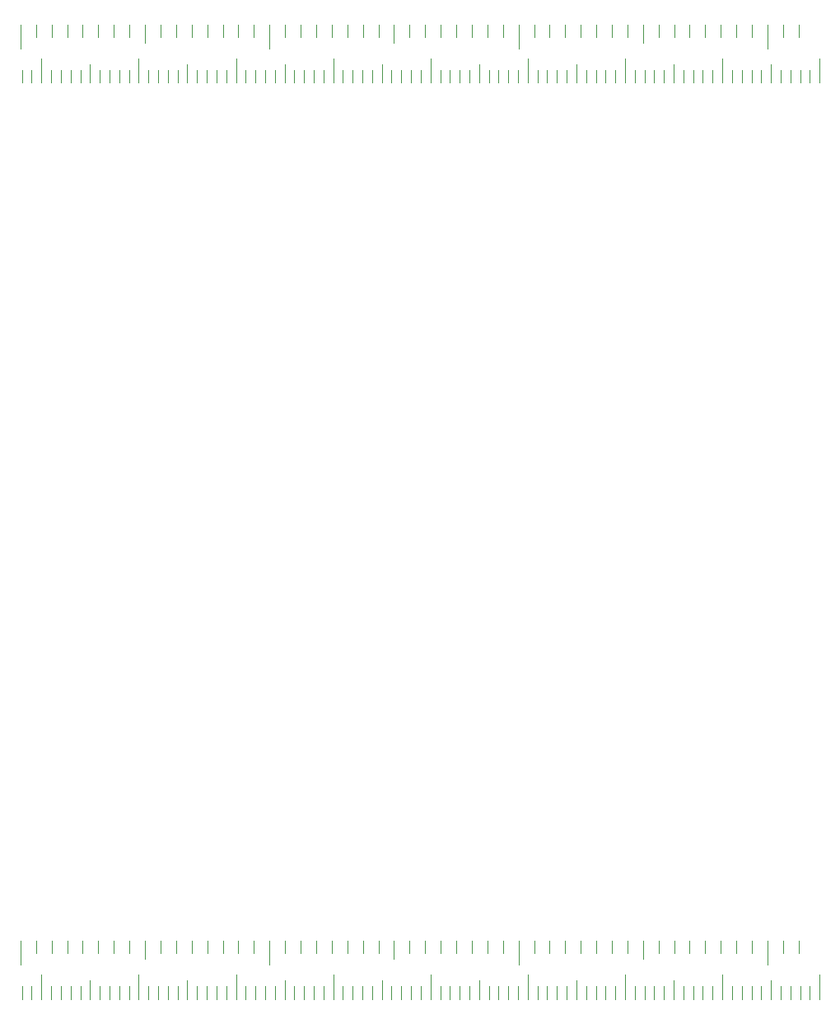
<source format=gbo>
%MOMM*%
%FSLAX46Y46*%
%IPPOS*%
%ADD10C,0.1*%
%ADD11C,0.1*%
%TF.GenerationSoftware,halfmarble,hm-panelizer,1.0.0 (beta)*%
%TF.SameCoordinates,Original*%
%TF.FileFunction,Legend,Top*%
%TF.FilePolarity,Positive*%
%LPD*%
%TA.AperFunction,Profile*%
D10*
X82152000Y2500000D02*
X82152000Y0D01*
X81152000Y1300000D02*
X81152000Y0D01*
X80152000Y1300000D02*
X80152000Y0D01*
X79152000Y1300000D02*
X79152000Y0D01*
X78152000Y1300000D02*
X78152000Y0D01*
X77152000Y1900000D02*
X77152000Y0D01*
X76152000Y1300000D02*
X76152000Y0D01*
X75152000Y1300000D02*
X75152000Y0D01*
X74152000Y1300000D02*
X74152000Y0D01*
X73152000Y1300000D02*
X73152000Y0D01*
X72152000Y2500000D02*
X72152000Y0D01*
X71152000Y1300000D02*
X71152000Y0D01*
X70152000Y1300000D02*
X70152000Y0D01*
X69152000Y1300000D02*
X69152000Y0D01*
X68152000Y1300000D02*
X68152000Y0D01*
X67152000Y1900000D02*
X67152000Y0D01*
X66152000Y1300000D02*
X66152000Y0D01*
X65152000Y1300000D02*
X65152000Y0D01*
X64152000Y1300000D02*
X64152000Y0D01*
X63152000Y1300000D02*
X63152000Y0D01*
X62152000Y2500000D02*
X62152000Y0D01*
X61152000Y1300000D02*
X61152000Y0D01*
X60152000Y1300000D02*
X60152000Y0D01*
X59152000Y1300000D02*
X59152000Y0D01*
X58152000Y1300000D02*
X58152000Y0D01*
X57152000Y1900000D02*
X57152000Y0D01*
X56152000Y1300000D02*
X56152000Y0D01*
X55152000Y1300000D02*
X55152000Y0D01*
X54152000Y1300000D02*
X54152000Y0D01*
X53152000Y1300000D02*
X53152000Y0D01*
X52152000Y2500000D02*
X52152000Y0D01*
X51152000Y1300000D02*
X51152000Y0D01*
X50152000Y1300000D02*
X50152000Y0D01*
X49152000Y1300000D02*
X49152000Y0D01*
X48152000Y1300000D02*
X48152000Y0D01*
X47152000Y1900000D02*
X47152000Y0D01*
X46152000Y1300000D02*
X46152000Y0D01*
X45152000Y1300000D02*
X45152000Y0D01*
X44152000Y1300000D02*
X44152000Y0D01*
X43152000Y1300000D02*
X43152000Y0D01*
X42152000Y2500000D02*
X42152000Y0D01*
X41152000Y1300000D02*
X41152000Y0D01*
X40152000Y1300000D02*
X40152000Y0D01*
X39152000Y1300000D02*
X39152000Y0D01*
X38152000Y1300000D02*
X38152000Y0D01*
X37152000Y1900000D02*
X37152000Y0D01*
X36152000Y1300000D02*
X36152000Y0D01*
X35152000Y1300000D02*
X35152000Y0D01*
X34152000Y1300000D02*
X34152000Y0D01*
X33152000Y1300000D02*
X33152000Y0D01*
X32152000Y2500000D02*
X32152000Y0D01*
X31152000Y1300000D02*
X31152000Y0D01*
X30152000Y1300000D02*
X30152000Y0D01*
X29152000Y1300000D02*
X29152000Y0D01*
X28152000Y1300000D02*
X28152000Y0D01*
X27152000Y1900000D02*
X27152000Y0D01*
X26152000Y1300000D02*
X26152000Y0D01*
X25152000Y1300000D02*
X25152000Y0D01*
X24152000Y1300000D02*
X24152000Y0D01*
X23152000Y1300000D02*
X23152000Y0D01*
X22152000Y2500000D02*
X22152000Y0D01*
X21152000Y1300000D02*
X21152000Y0D01*
X20152000Y1300000D02*
X20152000Y0D01*
X19152000Y1300000D02*
X19152000Y0D01*
X18152000Y1300000D02*
X18152000Y0D01*
X17152000Y1900000D02*
X17152000Y0D01*
X16152000Y1300000D02*
X16152000Y0D01*
X15152000Y1300000D02*
X15152000Y0D01*
X14152000Y1300000D02*
X14152000Y0D01*
X13152000Y1300000D02*
X13152000Y0D01*
X12152000Y2500000D02*
X12152000Y0D01*
X11152000Y1300000D02*
X11152000Y0D01*
X10152000Y1300000D02*
X10152000Y0D01*
X9152000Y1300000D02*
X9152000Y0D01*
X8152000Y1300000D02*
X8152000Y0D01*
X7152000Y1900000D02*
X7152000Y0D01*
X6152000Y1300000D02*
X6152000Y0D01*
X5152000Y1300000D02*
X5152000Y0D01*
X4152000Y1300000D02*
X4152000Y0D01*
X3152000Y1300000D02*
X3152000Y0D01*
X2152000Y2500000D02*
X2152000Y0D01*
X1152000Y1300000D02*
X1152000Y0D01*
X152000Y1300000D02*
X152000Y0D01*
X0Y6000000D02*
X0Y3500000D01*
X1600000Y6000000D02*
X1600000Y4700000D01*
X3200000Y6000000D02*
X3200000Y4700000D01*
X4800000Y6000000D02*
X4800000Y4700000D01*
X6400000Y6000000D02*
X6400000Y4700000D01*
X8000000Y6000000D02*
X8000000Y4700000D01*
X9600000Y6000000D02*
X9600000Y4700000D01*
X11200000Y6000000D02*
X11200000Y4700000D01*
X12800000Y6000000D02*
X12800000Y4100000D01*
X14400000Y6000000D02*
X14400000Y4700000D01*
X16000000Y6000000D02*
X16000000Y4700000D01*
X17600000Y6000000D02*
X17600000Y4700000D01*
X19200000Y6000000D02*
X19200000Y4700000D01*
X20800000Y6000000D02*
X20800000Y4700000D01*
X22400000Y6000000D02*
X22400000Y4700000D01*
X24000000Y6000000D02*
X24000000Y4700000D01*
X25600000Y6000000D02*
X25600000Y3500000D01*
X27200000Y6000000D02*
X27200000Y4700000D01*
X28800000Y6000000D02*
X28800000Y4700000D01*
X30400000Y6000000D02*
X30400000Y4700000D01*
X32000000Y6000000D02*
X32000000Y4700000D01*
X33600000Y6000000D02*
X33600000Y4700000D01*
X35200000Y6000000D02*
X35200000Y4700000D01*
X36800000Y6000000D02*
X36800000Y4700000D01*
X38400000Y6000000D02*
X38400000Y4100000D01*
X40000000Y6000000D02*
X40000000Y4700000D01*
X41600000Y6000000D02*
X41600000Y4700000D01*
X43200000Y6000000D02*
X43200000Y4700000D01*
X44800000Y6000000D02*
X44800000Y4700000D01*
X46400000Y6000000D02*
X46400000Y4700000D01*
X48000000Y6000000D02*
X48000000Y4700000D01*
X49600000Y6000000D02*
X49600000Y4700000D01*
X51200000Y6000000D02*
X51200000Y3500000D01*
X52800000Y6000000D02*
X52800000Y4700000D01*
X54400000Y6000000D02*
X54400000Y4700000D01*
X56000000Y6000000D02*
X56000000Y4700000D01*
X57600000Y6000000D02*
X57600000Y4700000D01*
X59200000Y6000000D02*
X59200000Y4700000D01*
X60800000Y6000000D02*
X60800000Y4700000D01*
X62400000Y6000000D02*
X62400000Y4700000D01*
X64000000Y6000000D02*
X64000000Y4100000D01*
X65600000Y6000000D02*
X65600000Y4700000D01*
X67200000Y6000000D02*
X67200000Y4700000D01*
X68800000Y6000000D02*
X68800000Y4700000D01*
X70400000Y6000000D02*
X70400000Y4700000D01*
X72000000Y6000000D02*
X72000000Y4700000D01*
X73600000Y6000000D02*
X73600000Y4700000D01*
X75200000Y6000000D02*
X75200000Y4700000D01*
X76800000Y6000000D02*
X76800000Y3500000D01*
X78400000Y6000000D02*
X78400000Y4700000D01*
X80000000Y6000000D02*
X80000000Y4700000D01*
%TF.GenerationSoftware,halfmarble,hm-panelizer,1.0.0 (beta)*%
%TF.SameCoordinates,Original*%
%TF.FileFunction,Legend,Top*%
%TF.FilePolarity,Positive*%
%LPD*%
%TA.AperFunction,Profile*%
D11*
X82152000Y96600000D02*
X82152000Y94100000D01*
X81152000Y95400000D02*
X81152000Y94100000D01*
X80152000Y95400000D02*
X80152000Y94100000D01*
X79152000Y95400000D02*
X79152000Y94100000D01*
X78152000Y95400000D02*
X78152000Y94100000D01*
X77152000Y96000000D02*
X77152000Y94100000D01*
X76152000Y95400000D02*
X76152000Y94100000D01*
X75152000Y95400000D02*
X75152000Y94100000D01*
X74152000Y95400000D02*
X74152000Y94100000D01*
X73152000Y95400000D02*
X73152000Y94100000D01*
X72152000Y96600000D02*
X72152000Y94100000D01*
X71152000Y95400000D02*
X71152000Y94100000D01*
X70152000Y95400000D02*
X70152000Y94100000D01*
X69152000Y95400000D02*
X69152000Y94100000D01*
X68152000Y95400000D02*
X68152000Y94100000D01*
X67152000Y96000000D02*
X67152000Y94100000D01*
X66152000Y95400000D02*
X66152000Y94100000D01*
X65152000Y95400000D02*
X65152000Y94100000D01*
X64152000Y95400000D02*
X64152000Y94100000D01*
X63152000Y95400000D02*
X63152000Y94100000D01*
X62152000Y96600000D02*
X62152000Y94100000D01*
X61152000Y95400000D02*
X61152000Y94100000D01*
X60152000Y95400000D02*
X60152000Y94100000D01*
X59152000Y95400000D02*
X59152000Y94100000D01*
X58152000Y95400000D02*
X58152000Y94100000D01*
X57152000Y96000000D02*
X57152000Y94100000D01*
X56152000Y95400000D02*
X56152000Y94100000D01*
X55152000Y95400000D02*
X55152000Y94100000D01*
X54152000Y95400000D02*
X54152000Y94100000D01*
X53152000Y95400000D02*
X53152000Y94100000D01*
X52152000Y96600000D02*
X52152000Y94100000D01*
X51152000Y95400000D02*
X51152000Y94100000D01*
X50152000Y95400000D02*
X50152000Y94100000D01*
X49152000Y95400000D02*
X49152000Y94100000D01*
X48152000Y95400000D02*
X48152000Y94100000D01*
X47152000Y96000000D02*
X47152000Y94100000D01*
X46152000Y95400000D02*
X46152000Y94100000D01*
X45152000Y95400000D02*
X45152000Y94100000D01*
X44152000Y95400000D02*
X44152000Y94100000D01*
X43152000Y95400000D02*
X43152000Y94100000D01*
X42152000Y96600000D02*
X42152000Y94100000D01*
X41152000Y95400000D02*
X41152000Y94100000D01*
X40152000Y95400000D02*
X40152000Y94100000D01*
X39152000Y95400000D02*
X39152000Y94100000D01*
X38152000Y95400000D02*
X38152000Y94100000D01*
X37152000Y96000000D02*
X37152000Y94100000D01*
X36152000Y95400000D02*
X36152000Y94100000D01*
X35152000Y95400000D02*
X35152000Y94100000D01*
X34152000Y95400000D02*
X34152000Y94100000D01*
X33152000Y95400000D02*
X33152000Y94100000D01*
X32152000Y96600000D02*
X32152000Y94100000D01*
X31152000Y95400000D02*
X31152000Y94100000D01*
X30152000Y95400000D02*
X30152000Y94100000D01*
X29152000Y95400000D02*
X29152000Y94100000D01*
X28152000Y95400000D02*
X28152000Y94100000D01*
X27152000Y96000000D02*
X27152000Y94100000D01*
X26152000Y95400000D02*
X26152000Y94100000D01*
X25152000Y95400000D02*
X25152000Y94100000D01*
X24152000Y95400000D02*
X24152000Y94100000D01*
X23152000Y95400000D02*
X23152000Y94100000D01*
X22152000Y96600000D02*
X22152000Y94100000D01*
X21152000Y95400000D02*
X21152000Y94100000D01*
X20152000Y95400000D02*
X20152000Y94100000D01*
X19152000Y95400000D02*
X19152000Y94100000D01*
X18152000Y95400000D02*
X18152000Y94100000D01*
X17152000Y96000000D02*
X17152000Y94100000D01*
X16152000Y95400000D02*
X16152000Y94100000D01*
X15152000Y95400000D02*
X15152000Y94100000D01*
X14152000Y95400000D02*
X14152000Y94100000D01*
X13152000Y95400000D02*
X13152000Y94100000D01*
X12152000Y96600000D02*
X12152000Y94100000D01*
X11152000Y95400000D02*
X11152000Y94100000D01*
X10152000Y95400000D02*
X10152000Y94100000D01*
X9152000Y95400000D02*
X9152000Y94100000D01*
X8152000Y95400000D02*
X8152000Y94100000D01*
X7152000Y96000000D02*
X7152000Y94100000D01*
X6152000Y95400000D02*
X6152000Y94100000D01*
X5152000Y95400000D02*
X5152000Y94100000D01*
X4152000Y95400000D02*
X4152000Y94100000D01*
X3152000Y95400000D02*
X3152000Y94100000D01*
X2152000Y96600000D02*
X2152000Y94100000D01*
X1152000Y95400000D02*
X1152000Y94100000D01*
X152000Y95400000D02*
X152000Y94100000D01*
X0Y100100000D02*
X0Y97600000D01*
X1600000Y100100000D02*
X1600000Y98800000D01*
X3200000Y100100000D02*
X3200000Y98800000D01*
X4800000Y100100000D02*
X4800000Y98800000D01*
X6400000Y100100000D02*
X6400000Y98800000D01*
X8000000Y100100000D02*
X8000000Y98800000D01*
X9600000Y100100000D02*
X9600000Y98800000D01*
X11200000Y100100000D02*
X11200000Y98800000D01*
X12800000Y100100000D02*
X12800000Y98200000D01*
X14400000Y100100000D02*
X14400000Y98800000D01*
X16000000Y100100000D02*
X16000000Y98800000D01*
X17600000Y100100000D02*
X17600000Y98800000D01*
X19200000Y100100000D02*
X19200000Y98800000D01*
X20800000Y100100000D02*
X20800000Y98800000D01*
X22400000Y100100000D02*
X22400000Y98800000D01*
X24000000Y100100000D02*
X24000000Y98800000D01*
X25600000Y100100000D02*
X25600000Y97600000D01*
X27200000Y100100000D02*
X27200000Y98800000D01*
X28800000Y100100000D02*
X28800000Y98800000D01*
X30400000Y100100000D02*
X30400000Y98800000D01*
X32000000Y100100000D02*
X32000000Y98800000D01*
X33600000Y100100000D02*
X33600000Y98800000D01*
X35200000Y100100000D02*
X35200000Y98800000D01*
X36800000Y100100000D02*
X36800000Y98800000D01*
X38400000Y100100000D02*
X38400000Y98200000D01*
X40000000Y100100000D02*
X40000000Y98800000D01*
X41600000Y100100000D02*
X41600000Y98800000D01*
X43200000Y100100000D02*
X43200000Y98800000D01*
X44800000Y100100000D02*
X44800000Y98800000D01*
X46400000Y100100000D02*
X46400000Y98800000D01*
X48000000Y100100000D02*
X48000000Y98800000D01*
X49600000Y100100000D02*
X49600000Y98800000D01*
X51200000Y100100000D02*
X51200000Y97600000D01*
X52800000Y100100000D02*
X52800000Y98800000D01*
X54400000Y100100000D02*
X54400000Y98800000D01*
X56000000Y100100000D02*
X56000000Y98800000D01*
X57600000Y100100000D02*
X57600000Y98800000D01*
X59200000Y100100000D02*
X59200000Y98800000D01*
X60800000Y100100000D02*
X60800000Y98800000D01*
X62400000Y100100000D02*
X62400000Y98800000D01*
X64000000Y100100000D02*
X64000000Y98200000D01*
X65600000Y100100000D02*
X65600000Y98800000D01*
X67200000Y100100000D02*
X67200000Y98800000D01*
X68800000Y100100000D02*
X68800000Y98800000D01*
X70400000Y100100000D02*
X70400000Y98800000D01*
X72000000Y100100000D02*
X72000000Y98800000D01*
X73600000Y100100000D02*
X73600000Y98800000D01*
X75200000Y100100000D02*
X75200000Y98800000D01*
X76800000Y100100000D02*
X76800000Y97600000D01*
X78400000Y100100000D02*
X78400000Y98800000D01*
X80000000Y100100000D02*
X80000000Y98800000D01*
M02*

</source>
